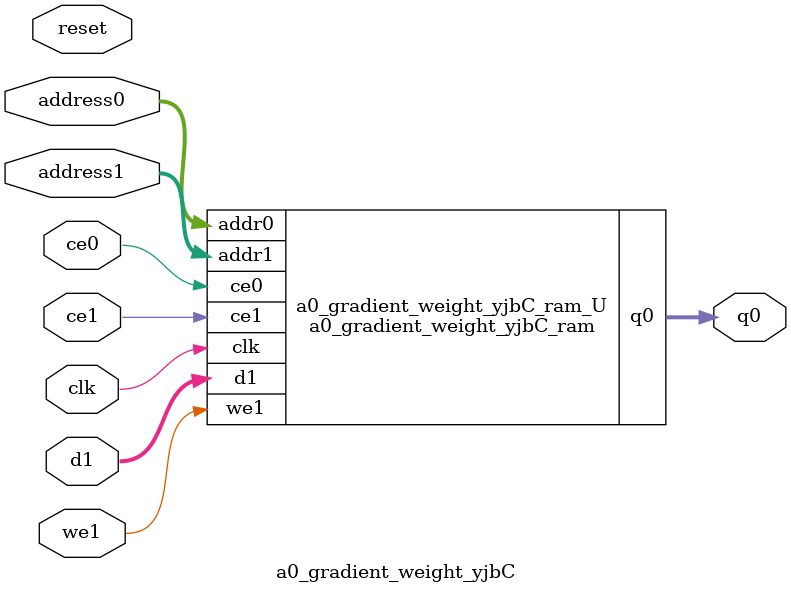
<source format=v>

`timescale 1 ns / 1 ps
module a0_gradient_weight_yjbC_ram (addr0, ce0, q0, addr1, ce1, d1, we1,  clk);

parameter DWIDTH = 32;
parameter AWIDTH = 10;
parameter MEM_SIZE = 1024;

input[AWIDTH-1:0] addr0;
input ce0;
output reg[DWIDTH-1:0] q0;
input[AWIDTH-1:0] addr1;
input ce1;
input[DWIDTH-1:0] d1;
input we1;
input clk;

(* ram_style = "block" *)reg [DWIDTH-1:0] ram[0:MEM_SIZE-1];




always @(posedge clk)  
begin 
    if (ce0) 
    begin
            q0 <= ram[addr0];
    end
end


always @(posedge clk)  
begin 
    if (ce1) 
    begin
        if (we1) 
        begin 
            ram[addr1] <= d1; 
        end 
    end
end


endmodule


`timescale 1 ns / 1 ps
module a0_gradient_weight_yjbC(
    reset,
    clk,
    address0,
    ce0,
    q0,
    address1,
    ce1,
    we1,
    d1);

parameter DataWidth = 32'd32;
parameter AddressRange = 32'd1024;
parameter AddressWidth = 32'd10;
input reset;
input clk;
input[AddressWidth - 1:0] address0;
input ce0;
output[DataWidth - 1:0] q0;
input[AddressWidth - 1:0] address1;
input ce1;
input we1;
input[DataWidth - 1:0] d1;



a0_gradient_weight_yjbC_ram a0_gradient_weight_yjbC_ram_U(
    .clk( clk ),
    .addr0( address0 ),
    .ce0( ce0 ),
    .q0( q0 ),
    .addr1( address1 ),
    .ce1( ce1 ),
    .we1( we1 ),
    .d1( d1 ));

endmodule


</source>
